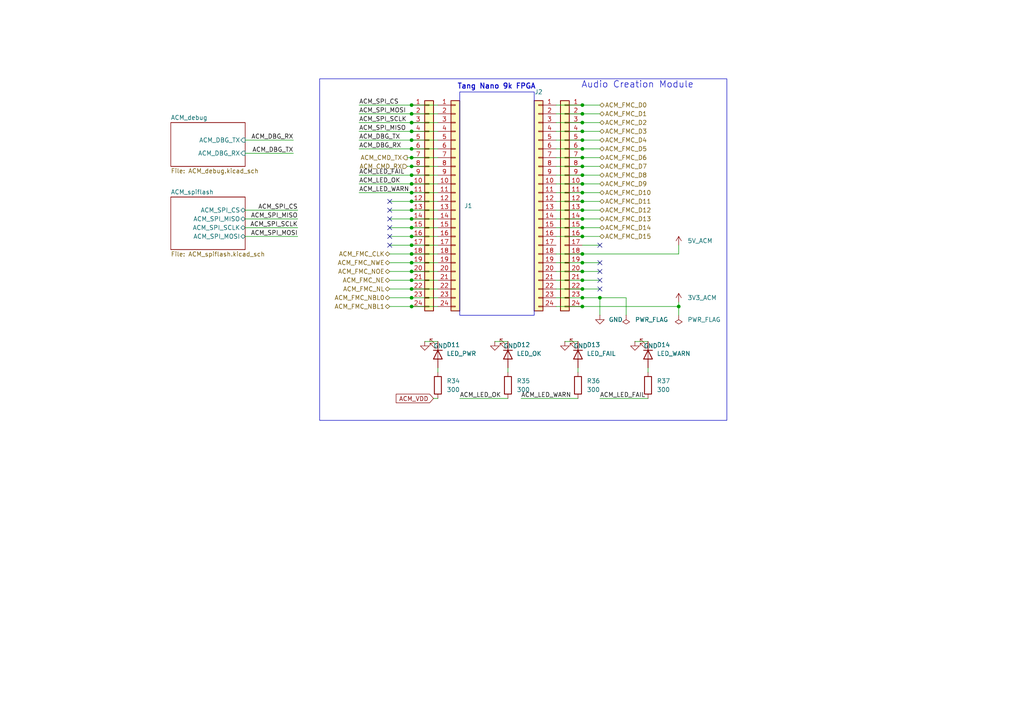
<source format=kicad_sch>
(kicad_sch (version 20250114) (generator "eeschema") (generator_version "9.0")
  (paper "A4")
  (title_block (date "2025-06") (rev "2"))
  (lib_symbols
    (symbol "Connector_Generic:Conn_01x24" (pin_names (offset 1.016) (hide yes))
      (property "Reference" "J" (at 0 30.48 0))
      (property "Value" "Conn_01x24" (at 0 -33.02 0))
      (symbol "Conn_01x24_1_1"
        (rectangle (start -1.27 29.21) (end 1.27 -31.75) (stroke (width 0.254)) (fill (type background)))
        (rectangle (start -1.27 28.067) (end 0 27.813) (stroke (width 0.1524)))
        (rectangle (start -1.27 25.527) (end 0 25.273) (stroke (width 0.1524)))
        (rectangle (start -1.27 22.987) (end 0 22.733) (stroke (width 0.1524)))
        (rectangle (start -1.27 20.447) (end 0 20.193) (stroke (width 0.1524)))
        (rectangle (start -1.27 17.907) (end 0 17.653) (stroke (width 0.1524)))
        (rectangle (start -1.27 15.367) (end 0 15.113) (stroke (width 0.1524)))
        (rectangle (start -1.27 12.827) (end 0 12.573) (stroke (width 0.1524)))
        (rectangle (start -1.27 10.287) (end 0 10.033) (stroke (width 0.1524)))
        (rectangle (start -1.27 7.747) (end 0 7.493) (stroke (width 0.1524)))
        (rectangle (start -1.27 5.207) (end 0 4.953) (stroke (width 0.1524)))
        (rectangle (start -1.27 2.667) (end 0 2.413) (stroke (width 0.1524)))
        (rectangle (start -1.27 0.127) (end 0 -0.127) (stroke (width 0.1524)))
        (rectangle (start -1.27 -2.413) (end 0 -2.667) (stroke (width 0.1524)))
        (rectangle (start -1.27 -4.953) (end 0 -5.207) (stroke (width 0.1524)))
        (rectangle (start -1.27 -7.493) (end 0 -7.747) (stroke (width 0.1524)))
        (rectangle (start -1.27 -10.033) (end 0 -10.287) (stroke (width 0.1524)))
        (rectangle (start -1.27 -12.573) (end 0 -12.827) (stroke (width 0.1524)))
        (rectangle (start -1.27 -15.113) (end 0 -15.367) (stroke (width 0.1524)))
        (rectangle (start -1.27 -17.653) (end 0 -17.907) (stroke (width 0.1524)))
        (rectangle (start -1.27 -20.193) (end 0 -20.447) (stroke (width 0.1524)))
        (rectangle (start -1.27 -22.733) (end 0 -22.987) (stroke (width 0.1524)))
        (rectangle (start -1.27 -25.273) (end 0 -25.527) (stroke (width 0.1524)))
        (rectangle (start -1.27 -27.813) (end 0 -28.067) (stroke (width 0.1524)))
        (rectangle (start -1.27 -30.353) (end 0 -30.607) (stroke (width 0.1524)))
        (pin passive line (at -5.08 27.94 0) (length 3.81) (name "Pin_1") (number "1"))
        (pin passive line (at -5.08 25.4 0) (length 3.81) (name "Pin_2") (number "2"))
        (pin passive line (at -5.08 22.86 0) (length 3.81) (name "Pin_3") (number "3"))
        (pin passive line (at -5.08 20.32 0) (length 3.81) (name "Pin_4") (number "4"))
        (pin passive line (at -5.08 17.78 0) (length 3.81) (name "Pin_5") (number "5"))
        (pin passive line (at -5.08 15.24 0) (length 3.81) (name "Pin_6") (number "6"))
        (pin passive line (at -5.08 12.7 0) (length 3.81) (name "Pin_7") (number "7"))
        (pin passive line (at -5.08 10.16 0) (length 3.81) (name "Pin_8") (number "8"))
        (pin passive line (at -5.08 7.62 0) (length 3.81) (name "Pin_9") (number "9"))
        (pin passive line (at -5.08 5.08 0) (length 3.81) (name "Pin_10") (number "10"))
        (pin passive line (at -5.08 2.54 0) (length 3.81) (name "Pin_11") (number "11"))
        (pin passive line (at -5.08 0 0) (length 3.81) (name "Pin_12") (number "12"))
        (pin passive line (at -5.08 -2.54 0) (length 3.81) (name "Pin_13") (number "13"))
        (pin passive line (at -5.08 -5.08 0) (length 3.81) (name "Pin_14") (number "14"))
        (pin passive line (at -5.08 -7.62 0) (length 3.81) (name "Pin_15") (number "15"))
        (pin passive line (at -5.08 -10.16 0) (length 3.81) (name "Pin_16") (number "16"))
        (pin passive line (at -5.08 -12.7 0) (length 3.81) (name "Pin_17") (number "17"))
        (pin passive line (at -5.08 -15.24 0) (length 3.81) (name "Pin_18") (number "18"))
        (pin passive line (at -5.08 -17.78 0) (length 3.81) (name "Pin_19") (number "19"))
        (pin passive line (at -5.08 -20.32 0) (length 3.81) (name "Pin_20") (number "20"))
        (pin passive line (at -5.08 -22.86 0) (length 3.81) (name "Pin_21") (number "21"))
        (pin passive line (at -5.08 -25.4 0) (length 3.81) (name "Pin_22") (number "22"))
        (pin passive line (at -5.08 -27.94 0) (length 3.81) (name "Pin_23") (number "23"))
        (pin passive line (at -5.08 -30.48 0) (length 3.81) (name "Pin_24") (number "24"))
      )
    )
    (symbol "Device:LED" (pin_numbers (hide yes)) (pin_names (offset 1.016) (hide yes))
      (property "Reference" "D" (at 0 2.54 0))
      (property "Value" "LED" (at 0 -2.54 0))
      (symbol "LED_0_1"
        (polyline (pts (xy -3.048 -0.762) (xy -4.572 -2.286) (xy -3.81 -2.286) (xy -4.572 -2.286) (xy -4.572 -1.524)))
        (polyline (pts (xy -1.778 -0.762) (xy -3.302 -2.286) (xy -2.54 -2.286) (xy -3.302 -2.286) (xy -3.302 -1.524)))
        (polyline (pts (xy -1.27 0) (xy 1.27 0)))
        (polyline (pts (xy -1.27 -1.27) (xy -1.27 1.27)) (stroke (width 0.254)))
        (polyline (pts (xy 1.27 -1.27) (xy 1.27 1.27) (xy -1.27 0) (xy 1.27 -1.27)) (stroke (width 0.254)))
      )
      (symbol "LED_1_1"
        (pin passive line (at -3.81 0 0) (length 2.54) (name "K") (number "1"))
        (pin passive line (at 3.81 0 180) (length 2.54) (name "A") (number "2"))
      )
    )
    (symbol "Device:R" (pin_numbers (hide yes)) (pin_names (offset 0))
      (property "Reference" "R" (at 2.032 0 90))
      (property "Value" "R" (at 0 0 90))
      (symbol "R_0_1"
        (rectangle (start -1.016 -2.54) (end 1.016 2.54) (stroke (width 0.254)))
      )
      (symbol "R_1_1"
        (pin passive line (at 0 3.81 270) (length 1.27) (name "~") (number "1"))
        (pin passive line (at 0 -3.81 90) (length 1.27) (name "~") (number "2"))
      )
    )
    (symbol "power:+3V3" (power) (pin_numbers (hide yes)) (pin_names (offset 0) (hide yes))
      (property "Value" "+3V3" (at 0 3.556 0))
      (symbol "+3V3_0_1"
        (polyline (pts (xy -0.762 1.27) (xy 0 2.54)))
        (polyline (pts (xy 0 2.54) (xy 0.762 1.27)))
        (polyline (pts (xy 0 0) (xy 0 2.54)))
      )
      (symbol "+3V3_1_1"
        (pin power_in line (at 0 0 90) (length 0) (name "~") (number "1"))
      )
    )
    (symbol "power:+5V" (power) (pin_numbers (hide yes)) (pin_names (offset 0) (hide yes))
      (property "Value" "+5V" (at 0 3.556 0))
      (symbol "+5V_0_1"
        (polyline (pts (xy -0.762 1.27) (xy 0 2.54)))
        (polyline (pts (xy 0 2.54) (xy 0.762 1.27)))
        (polyline (pts (xy 0 0) (xy 0 2.54)))
      )
      (symbol "+5V_1_1"
        (pin power_in line (at 0 0 90) (length 0) (name "~") (number "1"))
      )
    )
    (symbol "power:GND" (power) (pin_numbers (hide yes)) (pin_names (offset 0) (hide yes))
      (property "Value" "GND" (at 0 -3.81 0))
      (symbol "GND_0_1"
        (polyline (pts (xy 0 0) (xy 0 -1.27) (xy 1.27 -1.27) (xy 0 -2.54) (xy -1.27 -1.27) (xy 0 -1.27)))
      )
      (symbol "GND_1_1"
        (pin power_in line (at 0 0 270) (length 0) (name "~") (number "1"))
      )
    )
    (symbol "power:PWR_FLAG" (power) (pin_numbers (hide yes)) (pin_names (offset 0) (hide yes))
      (property "Value" "PWR_FLAG" (at 0 3.81 0))
      (symbol "PWR_FLAG_0_0"
        (pin power_out line (at 0 0 90) (length 0) (name "~") (number "1"))
      )
      (symbol "PWR_FLAG_0_1"
        (polyline (pts (xy 0 0) (xy 0 1.27) (xy -1.016 1.905) (xy 0 2.54) (xy 1.016 1.905) (xy 0 1.27)))
      )
    )
  )
  (rectangle (start 92.71 22.86) (end 210.82 121.92))
  (rectangle (start 133.35 26.67) (end 154.94 91.44))
  (text "Tang Nano 9k FPGA" (at 144.018 25.146 0) (effects (font (size 1.5 1.5) (thickness 0.254) (bold yes))))
  (text "Audio Creation Module" (at 184.912 24.638 0) (effects (font (size 1.905 1.905))))
  (junction (at 168.91 68.58))
  (junction (at 168.91 55.88))
  (junction (at 119.38 76.2))
  (junction (at 119.38 40.64))
  (junction (at 119.38 81.28))
  (junction (at 119.38 58.42))
  (junction (at 168.91 33.02))
  (junction (at 119.38 78.74))
  (junction (at 168.91 53.34))
  (junction (at 168.91 40.64))
  (junction (at 119.38 68.58))
  (junction (at 168.91 60.96))
  (junction (at 168.91 83.82))
  (junction (at 168.91 88.9))
  (junction (at 168.91 50.8))
  (junction (at 119.38 83.82))
  (junction (at 168.91 30.48))
  (junction (at 168.91 43.18))
  (junction (at 168.91 66.04))
  (junction (at 119.38 63.5))
  (junction (at 119.38 45.72))
  (junction (at 119.38 71.12))
  (junction (at 119.38 73.66))
  (junction (at 119.38 50.8))
  (junction (at 119.38 88.9))
  (junction (at 168.91 63.5))
  (junction (at 173.99 86.36))
  (junction (at 168.91 35.56))
  (junction (at 119.38 35.56))
  (junction (at 119.38 53.34))
  (junction (at 119.38 60.96))
  (junction (at 119.38 86.36))
  (junction (at 168.91 38.1))
  (junction (at 168.91 48.26))
  (junction (at 119.38 33.02))
  (junction (at 119.38 66.04))
  (junction (at 168.91 81.28))
  (junction (at 119.38 55.88))
  (junction (at 168.91 76.2))
  (junction (at 119.38 38.1))
  (junction (at 119.38 48.26))
  (junction (at 168.91 73.66))
  (junction (at 119.38 30.48))
  (junction (at 168.91 78.74))
  (junction (at 119.38 43.18))
  (junction (at 168.91 86.36))
  (junction (at 168.91 45.72))
  (junction (at 168.91 58.42))
  (junction (at 196.85 88.9))
  (no_connect (at 113.03 60.96))
  (no_connect (at 173.99 83.82))
  (no_connect (at 113.03 58.42))
  (no_connect (at 173.99 78.74))
  (no_connect (at 113.03 68.58))
  (no_connect (at 173.99 81.28))
  (no_connect (at 113.03 63.5))
  (no_connect (at 113.03 71.12))
  (no_connect (at 173.99 76.2))
  (no_connect (at 113.03 66.04))
  (no_connect (at 173.99 71.12))
  (wire (pts (xy 119.38 66.04) (xy 127 66.04)))
  (wire (pts (xy 104.14 30.48) (xy 119.38 30.48)))
  (wire (pts (xy 85.09 44.45) (xy 71.12 44.45)))
  (wire (pts (xy 173.99 30.48) (xy 168.91 30.48)))
  (wire (pts (xy 173.99 45.72) (xy 168.91 45.72)))
  (wire (pts (xy 104.14 55.88) (xy 119.38 55.88)))
  (wire (pts (xy 168.91 55.88) (xy 173.99 55.88)))
  (wire (pts (xy 161.29 48.26) (xy 168.91 48.26)))
  (wire (pts (xy 119.38 53.34) (xy 127 53.34)))
  (wire (pts (xy 161.29 58.42) (xy 168.91 58.42)))
  (wire (pts (xy 173.99 48.26) (xy 168.91 48.26)))
  (wire (pts (xy 86.36 63.5) (xy 71.12 63.5)))
  (wire (pts (xy 168.91 68.58) (xy 173.99 68.58)))
  (wire (pts (xy 113.03 83.82) (xy 119.38 83.82)))
  (wire (pts (xy 113.03 60.96) (xy 119.38 60.96)))
  (wire (pts (xy 119.38 78.74) (xy 127 78.74)))
  (wire (pts (xy 173.99 50.8) (xy 168.91 50.8)))
  (wire (pts (xy 143.51 99.06) (xy 147.32 99.06)))
  (wire (pts (xy 119.38 40.64) (xy 127 40.64)))
  (wire (pts (xy 86.36 68.58) (xy 71.12 68.58)))
  (wire (pts (xy 119.38 63.5) (xy 127 63.5)))
  (wire (pts (xy 113.03 71.12) (xy 119.38 71.12)))
  (wire (pts (xy 173.99 115.57) (xy 187.96 115.57)))
  (wire (pts (xy 113.03 86.36) (xy 119.38 86.36)))
  (wire (pts (xy 161.29 40.64) (xy 168.91 40.64)))
  (wire (pts (xy 119.38 48.26) (xy 127 48.26)))
  (wire (pts (xy 161.29 45.72) (xy 168.91 45.72)))
  (wire (pts (xy 86.36 66.04) (xy 71.12 66.04)))
  (wire (pts (xy 118.11 45.72) (xy 119.38 45.72)))
  (wire (pts (xy 104.14 40.64) (xy 119.38 40.64)))
  (wire (pts (xy 173.99 63.5) (xy 168.91 63.5)))
  (wire (pts (xy 119.38 43.18) (xy 127 43.18)))
  (wire (pts (xy 181.61 91.44) (xy 181.61 86.36)))
  (wire (pts (xy 85.09 40.64) (xy 71.12 40.64)))
  (wire (pts (xy 119.38 76.2) (xy 127 76.2)))
  (wire (pts (xy 168.91 71.12) (xy 173.99 71.12)))
  (wire (pts (xy 119.38 60.96) (xy 127 60.96)))
  (wire (pts (xy 161.29 30.48) (xy 168.91 30.48)))
  (wire (pts (xy 119.38 35.56) (xy 127 35.56)))
  (wire (pts (xy 123.19 99.06) (xy 127 99.06)))
  (wire (pts (xy 161.29 38.1) (xy 168.91 38.1)))
  (wire (pts (xy 168.91 53.34) (xy 173.99 53.34)))
  (wire (pts (xy 127 106.68) (xy 127 107.95)))
  (wire (pts (xy 119.38 38.1) (xy 127 38.1)))
  (wire (pts (xy 181.61 86.36) (xy 173.99 86.36)))
  (wire (pts (xy 104.14 35.56) (xy 119.38 35.56)))
  (wire (pts (xy 161.29 33.02) (xy 168.91 33.02)))
  (wire (pts (xy 167.64 106.68) (xy 167.64 107.95)))
  (wire (pts (xy 119.38 73.66) (xy 127 73.66)))
  (wire (pts (xy 113.03 81.28) (xy 119.38 81.28)))
  (wire (pts (xy 168.91 76.2) (xy 173.99 76.2)))
  (wire (pts (xy 104.14 38.1) (xy 119.38 38.1)))
  (wire (pts (xy 147.32 106.68) (xy 147.32 107.95)))
  (wire (pts (xy 168.91 43.18) (xy 173.99 43.18)))
  (wire (pts (xy 113.03 63.5) (xy 119.38 63.5)))
  (wire (pts (xy 173.99 33.02) (xy 168.91 33.02)))
  (wire (pts (xy 119.38 55.88) (xy 127 55.88)))
  (wire (pts (xy 119.38 88.9) (xy 127 88.9)))
  (wire (pts (xy 119.38 71.12) (xy 127 71.12)))
  (wire (pts (xy 151.13 115.57) (xy 167.64 115.57)))
  (wire (pts (xy 168.91 83.82) (xy 173.99 83.82)))
  (wire (pts (xy 161.29 78.74) (xy 168.91 78.74)))
  (wire (pts (xy 104.14 53.34) (xy 119.38 53.34)))
  (wire (pts (xy 104.14 43.18) (xy 119.38 43.18)))
  (wire (pts (xy 161.29 43.18) (xy 168.91 43.18)))
  (wire (pts (xy 161.29 83.82) (xy 168.91 83.82)))
  (wire (pts (xy 187.96 106.68) (xy 187.96 107.95)))
  (wire (pts (xy 161.29 66.04) (xy 168.91 66.04)))
  (wire (pts (xy 168.91 35.56) (xy 173.99 35.56)))
  (wire (pts (xy 119.38 68.58) (xy 127 68.58)))
  (wire (pts (xy 168.91 78.74) (xy 173.99 78.74)))
  (wire (pts (xy 161.29 53.34) (xy 168.91 53.34)))
  (wire (pts (xy 161.29 68.58) (xy 168.91 68.58)))
  (wire (pts (xy 113.03 73.66) (xy 119.38 73.66)))
  (wire (pts (xy 184.15 99.06) (xy 187.96 99.06)))
  (wire (pts (xy 104.14 33.02) (xy 119.38 33.02)))
  (wire (pts (xy 168.91 73.66) (xy 196.85 73.66)))
  (wire (pts (xy 125.73 115.57) (xy 127 115.57)))
  (wire (pts (xy 168.91 58.42) (xy 173.99 58.42)))
  (wire (pts (xy 133.35 115.57) (xy 147.32 115.57)))
  (wire (pts (xy 113.03 66.04) (xy 119.38 66.04)))
  (wire (pts (xy 119.38 83.82) (xy 127 83.82)))
  (wire (pts (xy 119.38 33.02) (xy 127 33.02)))
  (wire (pts (xy 168.91 60.96) (xy 173.99 60.96)))
  (wire (pts (xy 161.29 63.5) (xy 168.91 63.5)))
  (wire (pts (xy 173.99 66.04) (xy 168.91 66.04)))
  (wire (pts (xy 113.03 78.74) (xy 119.38 78.74)))
  (wire (pts (xy 113.03 76.2) (xy 119.38 76.2)))
  (wire (pts (xy 161.29 55.88) (xy 168.91 55.88)))
  (wire (pts (xy 104.14 50.8) (xy 119.38 50.8)))
  (wire (pts (xy 168.91 81.28) (xy 173.99 81.28)))
  (wire (pts (xy 119.38 81.28) (xy 127 81.28)))
  (wire (pts (xy 168.91 88.9) (xy 196.85 88.9)))
  (wire (pts (xy 173.99 86.36) (xy 173.99 91.44)))
  (wire (pts (xy 86.36 60.96) (xy 71.12 60.96)))
  (wire (pts (xy 161.29 73.66) (xy 168.91 73.66)))
  (wire (pts (xy 168.91 86.36) (xy 173.99 86.36)))
  (wire (pts (xy 161.29 50.8) (xy 168.91 50.8)))
  (wire (pts (xy 161.29 60.96) (xy 168.91 60.96)))
  (wire (pts (xy 119.38 30.48) (xy 127 30.48)))
  (wire (pts (xy 196.85 88.9) (xy 196.85 87.63)))
  (wire (pts (xy 118.11 48.26) (xy 119.38 48.26)))
  (wire (pts (xy 161.29 35.56) (xy 168.91 35.56)))
  (wire (pts (xy 196.85 71.12) (xy 196.85 73.66)))
  (wire (pts (xy 161.29 86.36) (xy 168.91 86.36)))
  (wire (pts (xy 161.29 81.28) (xy 168.91 81.28)))
  (wire (pts (xy 119.38 86.36) (xy 127 86.36)))
  (wire (pts (xy 113.03 88.9) (xy 119.38 88.9)))
  (wire (pts (xy 119.38 58.42) (xy 127 58.42)))
  (wire (pts (xy 161.29 76.2) (xy 168.91 76.2)))
  (wire (pts (xy 119.38 45.72) (xy 127 45.72)))
  (wire (pts (xy 161.29 88.9) (xy 168.91 88.9)))
  (wire (pts (xy 119.38 50.8) (xy 127 50.8)))
  (wire (pts (xy 168.91 38.1) (xy 173.99 38.1)))
  (wire (pts (xy 113.03 68.58) (xy 119.38 68.58)))
  (wire (pts (xy 168.91 40.64) (xy 173.99 40.64)))
  (wire (pts (xy 196.85 88.9) (xy 196.85 91.44)))
  (wire (pts (xy 163.83 99.06) (xy 167.64 99.06)))
  (wire (pts (xy 113.03 58.42) (xy 119.38 58.42)))
  (label "ACM_LED_OK" (at 133.35 115.57 0))
  (label "ACM_DBG_RX" (at 85.09 40.64 180))
  (label "ACM_SPI_SCLK" (at 86.36 66.04 180))
  (label "ACM_LED_OK" (at 104.14 53.34 0))
  (label "ACM_LED_FAIL" (at 104.14 50.8 0))
  (label "ACM_SPI_MISO" (at 104.14 38.1 0))
  (label "ACM_DBG_TX" (at 85.09 44.45 180))
  (label "ACM_SPI_MOSI" (at 86.36 68.58 180))
  (label "ACM_DBG_TX" (at 104.14 40.64 0))
  (label "ACM_SPI_MOSI" (at 104.14 33.02 0))
  (label "ACM_SPI_CS" (at 86.36 60.96 180))
  (label "ACM_SPI_CS" (at 104.14 30.48 0))
  (label "ACM_LED_WARN" (at 104.14 55.88 0))
  (label "ACM_SPI_SCLK" (at 104.14 35.56 0))
  (label "ACM_LED_WARN" (at 151.13 115.57 0))
  (label "ACM_SPI_MISO" (at 86.36 63.5 180))
  (label "ACM_LED_FAIL" (at 173.99 115.57 0))
  (label "ACM_DBG_RX" (at 104.14 43.18 0))
  (global_label "ACM_VDD" (shape input) (at 125.73 115.57 180) (property "Intersheetrefs" "${INTERSHEET_REFS}" (effects (hide yes))))
  (hierarchical_label "ACM_FMC_D2" (shape bidirectional) (at 173.99 35.56 0))
  (hierarchical_label "ACM_FMC_D6" (shape bidirectional) (at 173.99 45.72 0))
  (hierarchical_label "ACM_FMC_D1" (shape bidirectional) (at 173.99 33.02 0))
  (hierarchical_label "ACM_CMD_TX" (shape output) (at 118.11 45.72 180))
  (hierarchical_label "ACM_FMC_NBL1" (shape bidirectional) (at 113.03 88.9 180))
  (hierarchical_label "ACM_CMD_RX" (shape input) (at 118.11 48.26 180))
  (hierarchical_label "ACM_FMC_D0" (shape bidirectional) (at 173.99 30.48 0))
  (hierarchical_label "ACM_FMC_D14" (shape bidirectional) (at 173.99 66.04 0))
  (hierarchical_label "ACM_FMC_D9" (shape bidirectional) (at 173.99 53.34 0))
  (hierarchical_label "ACM_FMC_NOE" (shape bidirectional) (at 113.03 78.74 180))
  (hierarchical_label "ACM_FMC_D11" (shape bidirectional) (at 173.99 58.42 0))
  (hierarchical_label "ACM_FMC_NWE" (shape bidirectional) (at 113.03 76.2 180))
  (hierarchical_label "ACM_FMC_NL" (shape bidirectional) (at 113.03 83.82 180))
  (hierarchical_label "ACM_FMC_D8" (shape bidirectional) (at 173.99 50.8 0))
  (hierarchical_label "ACM_FMC_NBL0" (shape bidirectional) (at 113.03 86.36 180))
  (hierarchical_label "ACM_FMC_D13" (shape bidirectional) (at 173.99 63.5 0))
  (hierarchical_label "ACM_FMC_D10" (shape bidirectional) (at 173.99 55.88 0))
  (hierarchical_label "ACM_FMC_D15" (shape bidirectional) (at 173.99 68.58 0))
  (hierarchical_label "ACM_FMC_D5" (shape bidirectional) (at 173.99 43.18 0))
  (hierarchical_label "ACM_FMC_NE" (shape bidirectional) (at 113.03 81.28 180))
  (hierarchical_label "ACM_FMC_D4" (shape bidirectional) (at 173.99 40.64 0))
  (hierarchical_label "ACM_FMC_CLK" (shape bidirectional) (at 113.03 73.66 180))
  (hierarchical_label "ACM_FMC_D12" (shape bidirectional) (at 173.99 60.96 0))
  (hierarchical_label "ACM_FMC_D7" (shape bidirectional) (at 173.99 48.26 0))
  (hierarchical_label "ACM_FMC_D3" (shape bidirectional) (at 173.99 38.1 0))
  (symbol (lib_id "power:GND") (at 143.51 99.06 0) (unit 1)
    (property "Reference" "#PWR089" (effects (hide yes)))
    (property "Value" "GND" (at 146.05 100.3299 0) (effects (justify left)))
    (property "Description" "Power symbol creates a global label with name \"GND\" , ground" (effects (hide yes)))
  )
  (symbol (lib_id "power:GND") (at 173.99 91.44 0) (unit 1)
    (property "Reference" "#PWR04" (effects (hide yes)))
    (property "Value" "GND" (at 176.53 92.7099 0) (effects (justify left)))
    (property "Description" "Power symbol creates a global label with name \"GND\" , ground" (effects (hide yes)))
  )
  (symbol (lib_id "power:PWR_FLAG") (at 196.85 91.44 180) (unit 1)
    (property "Reference" "#FLG02" (effects (hide yes)))
    (property "Value" "PWR_FLAG" (at 199.39 92.7099 0) (effects (justify right)))
    (property "Description" "Special symbol for telling ERC where power comes from" (effects (hide yes)))
  )
  (symbol (lib_id "power:GND") (at 184.15 99.06 0) (unit 1)
    (property "Reference" "#PWR091" (effects (hide yes)))
    (property "Value" "GND" (at 186.69 100.3299 0) (effects (justify left)))
    (property "Description" "Power symbol creates a global label with name \"GND\" , ground" (effects (hide yes)))
  )
  (symbol (lib_id "power:GND") (at 123.19 99.06 0) (unit 1)
    (property "Reference" "#PWR088" (effects (hide yes)))
    (property "Value" "GND" (at 125.73 100.3299 0) (effects (justify left)))
    (property "Description" "Power symbol creates a global label with name \"GND\" , ground" (effects (hide yes)))
  )
  (symbol (lib_id "Device:LED") (at 147.32 102.87 270) (unit 1)
    (property "Reference" "D12" (at 149.86 100.0124 90) (effects (justify left)))
    (property "Value" "LED_OK" (at 149.86 102.5524 90) (effects (justify left)))
    (property "Footprint" "LED_SMD:LED_0603_1608Metric" (effects (hide yes)))
    (property "Description" "Light emitting diode" (effects (hide yes)))
    (property "Sim.Pins" "1=K 2=A" (effects (hide yes)))
  )
  (symbol (lib_id "Device:LED") (at 167.64 102.87 270) (unit 1)
    (property "Reference" "D13" (at 170.18 100.0124 90) (effects (justify left)))
    (property "Value" "LED_FAIL" (at 170.18 102.5524 90) (effects (justify left)))
    (property "Footprint" "LED_SMD:LED_0603_1608Metric" (effects (hide yes)))
    (property "Description" "Light emitting diode" (effects (hide yes)))
    (property "Sim.Pins" "1=K 2=A" (effects (hide yes)))
  )
  (symbol (lib_id "Device:R") (at 127 111.76 0) (unit 1)
    (property "Reference" "R34" (at 129.54 110.4899 0) (effects (justify left)))
    (property "Value" "300" (at 129.54 113.0299 0) (effects (justify left)))
    (property "Footprint" "Resistor_SMD:R_0805_2012Metric_Pad1.20x1.40mm_HandSolder" (effects (hide yes)))
    (property "Description" "Resistor" (effects (hide yes)))
    (property "DigiKey_Part_Number" "311-10.0KCRCT-ND" (effects (hide yes)))
    (property "Price" "0.0129" (effects (hide yes)))
  )
  (symbol (lib_id "Device:R") (at 167.64 111.76 0) (unit 1)
    (property "Reference" "R36" (at 170.18 110.4899 0) (effects (justify left)))
    (property "Value" "300" (at 170.18 113.0299 0) (effects (justify left)))
    (property "Footprint" "Resistor_SMD:R_0805_2012Metric_Pad1.20x1.40mm_HandSolder" (effects (hide yes)))
    (property "Description" "Resistor" (effects (hide yes)))
    (property "DigiKey_Part_Number" "311-10.0KCRCT-ND" (effects (hide yes)))
    (property "Price" "0.0129" (effects (hide yes)))
  )
  (symbol (lib_id "Device:R") (at 187.96 111.76 0) (unit 1)
    (property "Reference" "R37" (at 190.5 110.4899 0) (effects (justify left)))
    (property "Value" "300" (at 190.5 113.0299 0) (effects (justify left)))
    (property "Footprint" "Resistor_SMD:R_0805_2012Metric_Pad1.20x1.40mm_HandSolder" (effects (hide yes)))
    (property "Description" "Resistor" (effects (hide yes)))
    (property "DigiKey_Part_Number" "311-10.0KCRCT-ND" (effects (hide yes)))
    (property "Price" "0.0129" (effects (hide yes)))
  )
  (symbol (lib_id "Device:R") (at 147.32 111.76 0) (unit 1)
    (property "Reference" "R35" (at 149.86 110.4899 0) (effects (justify left)))
    (property "Value" "300" (at 149.86 113.0299 0) (effects (justify left)))
    (property "Footprint" "Resistor_SMD:R_0805_2012Metric_Pad1.20x1.40mm_HandSolder" (effects (hide yes)))
    (property "Description" "Resistor" (effects (hide yes)))
    (property "DigiKey_Part_Number" "311-10.0KCRCT-ND" (effects (hide yes)))
    (property "Price" "0.0129" (effects (hide yes)))
  )
  (symbol (lib_id "Connector_Generic:Conn_01x24") (at 163.83 58.42 0) (mirror y) (unit 1)
    (property "Reference" "J9" (effects (hide yes)))
    (property "Value" "FPGA I/O" (effects (hide yes)))
    (property "Footprint" "Connector_PinSocket_2.54mm:PinSocket_1x24_P2.54mm_Vertical" (effects (hide yes)))
    (property "Description" "Generic connector, single row, 01x24, script generated (kicad-library-utils/schlib/autogen/connector/)" (effects (hide yes)))
    (property "DigiKey_Part_Number" "S7057-ND" (effects (hide yes)))
    (property "Price" "1.142" (effects (hide yes)))
  )
  (symbol (lib_id "power:PWR_FLAG") (at 181.61 91.44 180) (unit 1)
    (property "Reference" "#FLG03" (effects (hide yes)))
    (property "Value" "PWR_FLAG" (at 184.15 92.7099 0) (effects (justify right)))
    (property "Description" "Special symbol for telling ERC where power comes from" (effects (hide yes)))
  )
  (symbol (lib_id "power:GND") (at 163.83 99.06 0) (unit 1)
    (property "Reference" "#PWR090" (effects (hide yes)))
    (property "Value" "GND" (at 166.37 100.3299 0) (effects (justify left)))
    (property "Description" "Power symbol creates a global label with name \"GND\" , ground" (effects (hide yes)))
  )
  (symbol (lib_id "Device:LED") (at 127 102.87 270) (unit 1)
    (property "Reference" "D11" (at 129.54 100.0124 90) (effects (justify left)))
    (property "Value" "LED_PWR" (at 129.54 102.5524 90) (effects (justify left)))
    (property "Footprint" "LED_SMD:LED_0603_1608Metric" (effects (hide yes)))
    (property "Description" "Light emitting diode" (effects (hide yes)))
    (property "Sim.Pins" "1=K 2=A" (effects (hide yes)))
  )
  (symbol (lib_id "Connector_Generic:Conn_01x24") (at 132.08 58.42 0) (unit 1)
    (property "Reference" "J1" (at 134.62 59.6899 0) (effects (justify left)))
    (property "Value" "FPGA I/O" (effects (hide yes)))
    (property "Footprint" "Connector_PinSocket_2.54mm:PinSocket_1x24_P2.54mm_Vertical" (effects (hide yes)))
    (property "Description" "Generic connector, single row, 01x24, script generated (kicad-library-utils/schlib/autogen/connector/)" (effects (hide yes)))
    (property "DigiKey_Part_Number" "S7057-ND" (effects (hide yes)))
    (property "Price" "1.142" (effects (hide yes)))
  )
  (symbol (lib_id "Connector_Generic:Conn_01x24") (at 124.46 58.42 0) (unit 1)
    (property "Reference" "J8" (effects (hide yes)))
    (property "Value" "FPGA I/O" (effects (hide yes)))
    (property "Footprint" "Connector_PinSocket_2.54mm:PinSocket_1x24_P2.54mm_Vertical" (effects (hide yes)))
    (property "Description" "Generic connector, single row, 01x24, script generated (kicad-library-utils/schlib/autogen/connector/)" (effects (hide yes)))
    (property "DigiKey_Part_Number" "S7057-ND" (effects (hide yes)))
    (property "Price" "1.142" (effects (hide yes)))
  )
  (symbol (lib_id "power:+5V") (at 196.85 71.12 0) (unit 1)
    (property "Reference" "#PWR024" (effects (hide yes)))
    (property "Value" "5V_ACM" (at 199.39 69.8499 0) (effects (justify left)))
    (property "Description" "Power symbol creates a global label with name \"+5V\"" (effects (hide yes)))
  )
  (symbol (lib_id "Connector_Generic:Conn_01x24") (at 156.21 58.42 0) (mirror y) (unit 1)
    (property "Reference" "J2" (at 156.21 26.67 0))
    (property "Value" "FPGA I/O" (effects (hide yes)))
    (property "Footprint" "Connector_PinSocket_2.54mm:PinSocket_1x24_P2.54mm_Vertical" (effects (hide yes)))
    (property "Description" "Generic connector, single row, 01x24, script generated (kicad-library-utils/schlib/autogen/connector/)" (effects (hide yes)))
    (property "DigiKey_Part_Number" "S7057-ND" (effects (hide yes)))
    (property "Price" "1.142" (effects (hide yes)))
  )
  (symbol (lib_id "power:+3V3") (at 196.85 87.63 0) (unit 1)
    (property "Reference" "#PWR02" (effects (hide yes)))
    (property "Value" "3V3_ACM" (at 199.39 86.3599 0) (effects (justify left)))
    (property "Description" "Power symbol creates a global label with name \"+3V3\"" (effects (hide yes)))
  )
  (symbol (lib_id "Device:LED") (at 187.96 102.87 270) (unit 1)
    (property "Reference" "D14" (at 190.5 100.0124 90) (effects (justify left)))
    (property "Value" "LED_WARN" (at 190.5 102.5524 90) (effects (justify left)))
    (property "Footprint" "LED_SMD:LED_0603_1608Metric" (effects (hide yes)))
    (property "Description" "Light emitting diode" (effects (hide yes)))
    (property "Sim.Pins" "1=K 2=A" (effects (hide yes)))
  )
  (sheet (at 49.53 57.15) (size 21.59 15.24) (stroke (width 0.1524))
    (property "Sheetname" "ACM_spiflash" (at 49.53 56.4384 0) (effects (justify left bottom)))
    (property "Sheetfile" "ACM_spiflash.kicad_sch" (at 49.53 72.9746 0) (effects (justify left top)))
    (pin "ACM_SPI_CS" bidirectional (at 71.12 60.96 0))
    (pin "ACM_SPI_MISO" bidirectional (at 71.12 63.5 0))
    (pin "ACM_SPI_SCLK" bidirectional (at 71.12 66.04 0))
    (pin "ACM_SPI_MOSI" bidirectional (at 71.12 68.58 0))
  )
  (sheet (at 49.53 35.56) (size 21.59 12.7) (stroke (width 0.1524))
    (property "Sheetname" "ACM_debug" (at 49.53 34.8484 0) (effects (justify left bottom)))
    (property "Sheetfile" "ACM_debug.kicad_sch" (at 49.53 48.8446 0) (effects (justify left top)))
    (pin "ACM_DBG_RX" input (at 71.12 44.45 0))
    (pin "ACM_DBG_TX" input (at 71.12 40.64 0))
  )
)
</source>
